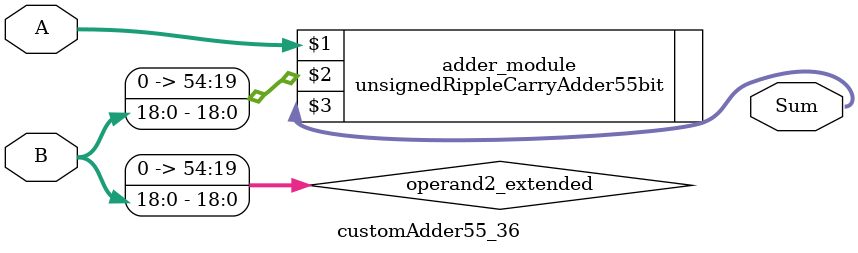
<source format=v>
module customAdder55_36(
                        input [54 : 0] A,
                        input [18 : 0] B,
                        
                        output [55 : 0] Sum
                );

        wire [54 : 0] operand2_extended;
        
        assign operand2_extended =  {36'b0, B};
        
        unsignedRippleCarryAdder55bit adder_module(
            A,
            operand2_extended,
            Sum
        );
        
        endmodule
        
</source>
